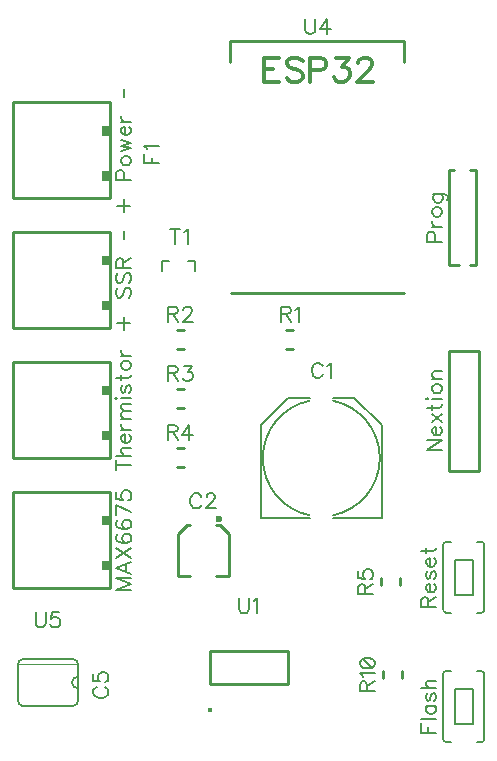
<source format=gto>
G04 DipTrace 3.3.0.0*
G04 ESP32externalssr.gto*
%MOIN*%
G04 #@! TF.FileFunction,Legend,Top*
G04 #@! TF.Part,Single*
%ADD10C,0.009843*%
%ADD16C,0.008*%
%ADD18C,0.023616*%
%ADD30C,0.006*%
%ADD32C,0.015403*%
%ADD35C,0.005*%
%ADD37C,0.002*%
%ADD85C,0.00772*%
%ADD88C,0.012351*%
%FSLAX26Y26*%
G04*
G70*
G90*
G75*
G01*
G04 TopSilk*
%LPD*%
X1454661Y1648046D2*
D16*
X1293228D1*
Y1959072D1*
X1383783Y2049631D1*
X1454661D1*
X1533370D2*
X1604248D1*
X1694803Y1959072D1*
Y1648046D1*
X1533370D1*
Y1657908D2*
G03X1533370Y2039769I-39329J190931D01*
G01*
X1454661Y1657908D2*
G02X1454661Y2039769I39329J190931D01*
G01*
X1184912Y1454947D2*
D10*
X1143571D1*
X1184912D2*
Y1594661D1*
X1155388Y1624224D2*
X1184912Y1594661D1*
X1155388Y1624224D2*
X1143571D1*
X1056962Y1454947D2*
X1015621D1*
Y1594661D1*
X1045145Y1624224D2*
X1015621Y1594661D1*
X1056962Y1624224D2*
X1045145D1*
D18*
X1151452Y1645873D3*
X790154Y2714693D2*
D10*
Y3033969D1*
X467321D1*
Y2714693D1*
X790154D1*
G36*
X761676Y2773759D2*
X793152D1*
Y2805239D1*
X761676D1*
Y2773759D1*
G37*
G36*
Y2923755D2*
X793152D1*
Y2955235D1*
X761676D1*
Y2923755D1*
G37*
X790154Y2281622D2*
D10*
Y2600898D1*
X467321D1*
Y2281622D1*
X790154D1*
G36*
X761676Y2340688D2*
X793152D1*
Y2372169D1*
X761676D1*
Y2340688D1*
G37*
G36*
Y2490684D2*
X793152D1*
Y2522164D1*
X761676D1*
Y2490684D1*
G37*
X790154Y1848551D2*
D10*
Y2167827D1*
X467321D1*
Y1848551D1*
X790154D1*
G36*
X761676Y1907617D2*
X793152D1*
Y1939098D1*
X761676D1*
Y1907617D1*
G37*
G36*
Y2057613D2*
X793152D1*
Y2089093D1*
X761676D1*
Y2057613D1*
G37*
X1919606Y2808740D2*
D10*
Y2491812D1*
X1953038Y2490827D2*
X1919606D1*
X2010157Y2808740D2*
X1990472D1*
X2010157Y2491812D2*
X1988507D1*
X2010157Y2808740D2*
Y2491812D1*
X1937318Y2808740D2*
X1919606D1*
X2018824Y2206533D2*
X1918819D1*
Y1806498D1*
X2018824D1*
Y2206533D1*
X790154Y1415480D2*
Y1734756D1*
X467321D1*
Y1415480D1*
X790154D1*
G36*
X761676Y1474546D2*
X793152D1*
Y1506027D1*
X761676D1*
Y1474546D1*
G37*
G36*
Y1624542D2*
X793152D1*
Y1656023D1*
X761676D1*
Y1624542D1*
G37*
X1400677Y2275874D2*
D10*
X1377118D1*
X1400677Y2212945D2*
X1377118D1*
X1012157D2*
X1035717D1*
X1012157Y2275874D2*
X1035717D1*
Y2079024D2*
X1012157D1*
X1035717Y2016094D2*
X1012157D1*
X1035717Y1882173D2*
X1012157D1*
X1035717Y1819244D2*
X1012157D1*
X1756731Y1424854D2*
Y1448413D1*
X1693802Y1424854D2*
Y1448413D1*
X1700051Y1138177D2*
Y1114618D1*
X1762980Y1138177D2*
Y1114618D1*
X987423Y2504686D2*
D16*
X963802D1*
Y2473198D1*
X1050412Y2504686D2*
X1074033D1*
Y2473198D1*
D32*
X1124437Y1007571D3*
X1123398Y1096820D2*
D10*
X1383228D1*
X1123398Y1207056D2*
X1383228D1*
Y1096820D2*
Y1207056D1*
X1123398Y1096820D2*
Y1207056D1*
X2037712Y1559528D2*
D35*
G03X2027876Y1569347I-9859J-40D01*
G01*
X2037712Y1559528D2*
Y1342971D1*
G02X2027876Y1333152I-9859J40D01*
G01*
X1909761D2*
G02X1899925Y1346932I1966J11804D01*
G01*
Y1559528D1*
X1909761Y1569347D2*
G03X1899925Y1559528I23J-9859D01*
G01*
X1909761Y1569347D2*
X1925515D1*
X2012122D2*
X2027876D1*
X2012122Y1333152D2*
X2027876D1*
X1909761D2*
X1925515D1*
X1998340Y1510298D2*
Y1392201D1*
X1939296D2*
Y1510298D1*
X1998340D1*
X1939296Y1392201D2*
X1998340D1*
X2037712Y1128279D2*
G03X2027876Y1138098I-9859J-40D01*
G01*
X2037712Y1128279D2*
Y911721D1*
G02X2027876Y901902I-9859J40D01*
G01*
X1909761D2*
G02X1899925Y915683I1966J11804D01*
G01*
Y1128279D1*
X1909761Y1138098D2*
G03X1899925Y1128279I23J-9859D01*
G01*
X1909761Y1138098D2*
X1925515D1*
X2012122D2*
X2027876D1*
X2012122Y901902D2*
X2027876D1*
X1909761D2*
X1925515D1*
X1998340Y1079049D2*
Y960951D1*
X1939296D2*
Y1079049D1*
X1998340D1*
X1939296Y960951D2*
X1998340D1*
X1193573Y2398707D2*
D10*
X1768696D1*
X1189692Y3239127D2*
X1768696D1*
X1189692D2*
Y3167944D1*
X1768696Y3239127D2*
Y3167944D1*
X497795Y1023683D2*
D30*
X667795D1*
X497795Y1177663D2*
G03X482795Y1162658I-34J-14966D01*
G01*
X682795Y1038688D2*
G02X667795Y1023683I-14987J-18D01*
G01*
X497795D2*
G02X482795Y1038688I-47J14953D01*
G01*
X682795Y1162658D2*
G03X667795Y1177663I-15008J-3D01*
G01*
X497795D1*
X482795Y1162658D2*
Y1038688D1*
X682795D2*
Y1162658D1*
Y1080677D2*
G02X682795Y1120669I-4J19996D01*
G01*
Y1163689D2*
D37*
X482795D1*
X1498234Y2154218D2*
D85*
X1495858Y2158971D1*
X1491049Y2163780D1*
X1486296Y2166156D1*
X1476734D1*
X1471926Y2163780D1*
X1467173Y2158971D1*
X1464741Y2154218D1*
X1462364Y2147033D1*
Y2135039D1*
X1464741Y2127910D1*
X1467173Y2123101D1*
X1471926Y2118348D1*
X1476734Y2115916D1*
X1486296D1*
X1491049Y2118348D1*
X1495858Y2123101D1*
X1498234Y2127910D1*
X1513674Y2156539D2*
X1518482Y2158971D1*
X1525667Y2166101D1*
Y2115916D1*
X1093735Y1718992D2*
X1091358Y1723745D1*
X1086550Y1728554D1*
X1081797Y1730930D1*
X1072235D1*
X1067427Y1728554D1*
X1062674Y1723745D1*
X1060242Y1718992D1*
X1057865Y1711807D1*
Y1699814D1*
X1060242Y1692684D1*
X1062674Y1687875D1*
X1067427Y1683122D1*
X1072235Y1680690D1*
X1081797D1*
X1086550Y1683122D1*
X1091358Y1687875D1*
X1093735Y1692684D1*
X1111606Y1718937D2*
Y1721314D1*
X1113983Y1726122D1*
X1116359Y1728499D1*
X1121168Y1730875D1*
X1130729D1*
X1135483Y1728499D1*
X1137859Y1726122D1*
X1140291Y1721314D1*
Y1716560D1*
X1137859Y1711752D1*
X1133106Y1704622D1*
X1109174Y1680690D1*
X1142668D1*
X745576Y1086107D2*
X740823Y1083730D1*
X736014Y1078922D1*
X733638Y1074168D1*
Y1064607D1*
X736014Y1059798D1*
X740823Y1055045D1*
X745576Y1052613D1*
X752761Y1050237D1*
X764755D1*
X771884Y1052613D1*
X776693Y1055045D1*
X781446Y1059798D1*
X783878Y1064607D1*
Y1074168D1*
X781446Y1078921D1*
X776693Y1083730D1*
X771884Y1086107D1*
X733693Y1130231D2*
Y1106354D1*
X755193Y1103978D1*
X752816Y1106354D1*
X750385Y1113539D1*
Y1120669D1*
X752816Y1127854D1*
X757570Y1132662D1*
X764755Y1135039D1*
X769508D1*
X776693Y1132662D1*
X781501Y1127854D1*
X783878Y1120669D1*
Y1113539D1*
X781501Y1106354D1*
X779069Y1103978D1*
X774316Y1101546D1*
X904110Y2862147D2*
Y2831030D1*
X954350D1*
X928042D2*
Y2850153D1*
X913727Y2877586D2*
X911295Y2882394D1*
X904166Y2889579D1*
X954350D1*
X813730Y2690207D2*
X856785D1*
X835286Y2668707D2*
Y2711762D1*
X836419Y2775802D2*
Y2797357D1*
X834042Y2804487D1*
X831610Y2806919D1*
X826857Y2809296D1*
X819672D1*
X814919Y2806919D1*
X812487Y2804487D1*
X810110Y2797357D1*
Y2775802D1*
X860350D1*
X826857Y2836673D2*
X829234Y2831920D1*
X834042Y2827111D1*
X841227Y2824735D1*
X845980D1*
X853165Y2827111D1*
X857918Y2831920D1*
X860350Y2836673D1*
Y2843858D1*
X857918Y2848667D1*
X853165Y2853420D1*
X845980Y2855852D1*
X841227D1*
X834042Y2853420D1*
X829234Y2848667D1*
X826857Y2843858D1*
Y2836673D1*
Y2871291D2*
X860350Y2880853D1*
X826857Y2890414D1*
X860350Y2899976D1*
X826857Y2909537D1*
X841227Y2924977D2*
Y2953662D1*
X836419D1*
X831610Y2951285D1*
X829234Y2948908D1*
X826857Y2944100D1*
Y2936915D1*
X829234Y2932162D1*
X834042Y2927353D1*
X841227Y2924977D1*
X845980D1*
X853165Y2927353D1*
X857918Y2932162D1*
X860350Y2936915D1*
Y2944100D1*
X857918Y2948908D1*
X853165Y2953662D1*
X826857Y2969101D2*
X860350D1*
X841227D2*
X834042Y2971533D1*
X829234Y2976286D1*
X826857Y2981094D1*
Y2988279D1*
X835258Y3052320D2*
Y3079954D1*
X813730Y2297695D2*
X856785D1*
X835286Y2276196D2*
Y2319251D1*
X817295Y2416784D2*
X812487Y2412031D1*
X810110Y2404846D1*
Y2395284D1*
X812487Y2388099D1*
X817295Y2383291D1*
X822049D1*
X826857Y2385723D1*
X829234Y2388099D1*
X831610Y2392852D1*
X836419Y2407222D1*
X838795Y2412031D1*
X841227Y2414407D1*
X845980Y2416784D1*
X853165D1*
X857918Y2412031D1*
X860350Y2404846D1*
Y2395284D1*
X857918Y2388099D1*
X853165Y2383291D1*
X817295Y2465717D2*
X812487Y2460963D1*
X810110Y2453778D1*
Y2444217D1*
X812487Y2437032D1*
X817295Y2432223D1*
X822049D1*
X826857Y2434655D1*
X829234Y2437032D1*
X831610Y2441785D1*
X836419Y2456155D1*
X838795Y2460963D1*
X841227Y2463340D1*
X845980Y2465717D1*
X853165D1*
X857918Y2460963D1*
X860350Y2453778D1*
Y2444217D1*
X857918Y2437032D1*
X853165Y2432223D1*
X834042Y2481156D2*
Y2502656D1*
X831610Y2509841D1*
X829234Y2512273D1*
X824480Y2514649D1*
X819672D1*
X814919Y2512273D1*
X812487Y2509841D1*
X810110Y2502656D1*
Y2481156D1*
X860350D1*
X834042Y2497903D2*
X860350Y2514649D1*
X835258Y2578689D2*
Y2606324D1*
X810110Y1825023D2*
X860350D1*
X810110Y1808276D2*
Y1841770D1*
Y1857209D2*
X860350D1*
X836419D2*
X829234Y1864394D1*
X826857Y1869202D1*
Y1876387D1*
X829234Y1881141D1*
X836419Y1883517D1*
X860350D1*
X841227Y1898956D2*
Y1927641D1*
X836419D1*
X831610Y1925265D1*
X829234Y1922888D1*
X826857Y1918080D1*
Y1910895D1*
X829234Y1906141D1*
X834042Y1901333D1*
X841227Y1898956D1*
X845980D1*
X853165Y1901333D1*
X857918Y1906141D1*
X860350Y1910895D1*
Y1918080D1*
X857918Y1922888D1*
X853165Y1927641D1*
X826857Y1943081D2*
X860350D1*
X841227D2*
X834042Y1945512D1*
X829234Y1950266D1*
X826857Y1955074D1*
Y1962259D1*
Y1977698D2*
X860350D1*
X836419D2*
X829234Y1984883D1*
X826857Y1989692D1*
Y1996822D1*
X829234Y2001630D1*
X836419Y2004007D1*
X860350D1*
X836419D2*
X829234Y2011192D1*
X826857Y2016000D1*
Y2023130D1*
X829234Y2027938D1*
X836419Y2030370D1*
X860350D1*
X810110Y2045809D2*
X812487Y2048186D1*
X810110Y2050618D1*
X807678Y2048186D1*
X810110Y2045809D1*
X826857Y2048186D2*
X860350D1*
X834042Y2092365D2*
X829234Y2089989D1*
X826857Y2082804D1*
Y2075619D1*
X829234Y2068434D1*
X834042Y2066057D1*
X838795Y2068434D1*
X841227Y2073242D1*
X843604Y2085180D1*
X845980Y2089989D1*
X850789Y2092365D1*
X853165D1*
X857918Y2089989D1*
X860350Y2082804D1*
Y2075619D1*
X857918Y2068434D1*
X853165Y2066057D1*
X810110Y2114990D2*
X850789D1*
X857918Y2117366D1*
X860350Y2122175D1*
Y2126928D1*
X826857Y2107805D2*
Y2124551D1*
Y2154305D2*
X829234Y2149552D1*
X834042Y2144744D1*
X841227Y2142367D1*
X845980D1*
X853165Y2144744D1*
X857918Y2149552D1*
X860350Y2154305D1*
Y2161490D1*
X857918Y2166299D1*
X853165Y2171052D1*
X845980Y2173484D1*
X841227D1*
X834042Y2171052D1*
X829234Y2166299D1*
X826857Y2161490D1*
Y2154305D1*
Y2188923D2*
X860350D1*
X841227D2*
X834042Y2191355D1*
X829234Y2196108D1*
X826857Y2200917D1*
Y2208102D1*
X1872692Y2570388D2*
Y2591943D1*
X1870315Y2599073D1*
X1867883Y2601505D1*
X1863130Y2603881D1*
X1855945D1*
X1851192Y2601505D1*
X1848760Y2599073D1*
X1846383Y2591943D1*
Y2570388D1*
X1896623D1*
X1863130Y2619320D2*
X1896623D1*
X1877500D2*
X1870315Y2621752D1*
X1865507Y2626506D1*
X1863130Y2631314D1*
Y2638499D1*
Y2665876D2*
X1865507Y2661123D1*
X1870315Y2656315D1*
X1877500Y2653938D1*
X1882253D1*
X1889438Y2656315D1*
X1894191Y2661123D1*
X1896623Y2665876D1*
Y2673061D1*
X1894191Y2677870D1*
X1889438Y2682623D1*
X1882253Y2685055D1*
X1877500D1*
X1870315Y2682623D1*
X1865507Y2677870D1*
X1863130Y2673061D1*
Y2665876D1*
X1865507Y2729179D2*
X1903808D1*
X1910938Y2726802D1*
X1913370Y2724426D1*
X1915746Y2719617D1*
Y2712432D1*
X1913370Y2707679D1*
X1872692Y2729179D2*
X1867938Y2724426D1*
X1865507Y2719617D1*
Y2712432D1*
X1867938Y2707679D1*
X1872692Y2702871D1*
X1879877Y2700494D1*
X1884685D1*
X1891815Y2702871D1*
X1896623Y2707679D1*
X1899000Y2712432D1*
Y2719617D1*
X1896623Y2724426D1*
X1891815Y2729179D1*
X1845596Y1908770D2*
X1895836D1*
X1845596Y1875277D1*
X1895836D1*
X1876713Y1924209D2*
Y1952894D1*
X1871904D1*
X1867096Y1950517D1*
X1864719Y1948141D1*
X1862343Y1943332D1*
Y1936147D1*
X1864719Y1931394D1*
X1869528Y1926586D1*
X1876713Y1924209D1*
X1881466D1*
X1888651Y1926586D1*
X1893404Y1931394D1*
X1895836Y1936147D1*
Y1943332D1*
X1893404Y1948141D1*
X1888651Y1952894D1*
X1862343Y1968333D2*
X1895836Y1994641D1*
X1862343D2*
X1895836Y1968333D1*
X1845596Y2017266D2*
X1886274D1*
X1893404Y2019642D1*
X1895836Y2024451D1*
Y2029204D1*
X1862343Y2010081D2*
Y2026827D1*
X1845596Y2044643D2*
X1847972Y2047020D1*
X1845596Y2049452D1*
X1843164Y2047020D1*
X1845596Y2044643D1*
X1862343Y2047020D2*
X1895836D1*
X1862343Y2076829D2*
X1864719Y2072076D1*
X1869528Y2067267D1*
X1876713Y2064891D1*
X1881466D1*
X1888651Y2067267D1*
X1893404Y2072076D1*
X1895836Y2076829D1*
Y2084014D1*
X1893404Y2088823D1*
X1888651Y2093576D1*
X1881466Y2096008D1*
X1876713D1*
X1869528Y2093576D1*
X1864719Y2088823D1*
X1862343Y2084014D1*
Y2076829D1*
Y2111447D2*
X1895836D1*
X1871904D2*
X1864719Y2118632D1*
X1862343Y2123440D1*
Y2130570D1*
X1864719Y2135379D1*
X1871904Y2137755D1*
X1895836D1*
X860350Y1447471D2*
X810110D1*
X860350Y1428348D1*
X810110Y1409225D1*
X860350D1*
Y1501212D2*
X810110Y1482034D1*
X860350Y1462911D1*
X843604Y1470096D2*
Y1494027D1*
X810110Y1516652D2*
X860350Y1550145D1*
X810110D2*
X860350Y1516652D1*
X817295Y1594269D2*
X812542Y1591892D1*
X810166Y1584707D1*
Y1579954D1*
X812542Y1572769D1*
X819727Y1567961D1*
X831665Y1565584D1*
X843604D1*
X853165Y1567961D1*
X857974Y1572769D1*
X860350Y1579954D1*
Y1582331D1*
X857974Y1589461D1*
X853165Y1594269D1*
X845980Y1596646D1*
X843604D1*
X836419Y1594269D1*
X831665Y1589461D1*
X829289Y1582331D1*
Y1579954D1*
X831665Y1572769D1*
X836419Y1567961D1*
X843604Y1565584D1*
X817295Y1640770D2*
X812542Y1638393D1*
X810166Y1631208D1*
Y1626455D1*
X812542Y1619270D1*
X819727Y1614461D1*
X831665Y1612085D1*
X843604D1*
X853165Y1614461D1*
X857974Y1619270D1*
X860350Y1626455D1*
Y1628832D1*
X857974Y1635961D1*
X853165Y1640770D1*
X845980Y1643146D1*
X843604D1*
X836419Y1640770D1*
X831665Y1635961D1*
X829289Y1628832D1*
Y1626455D1*
X831665Y1619270D1*
X836419Y1614461D1*
X843604Y1612085D1*
X860350Y1668147D2*
X810166Y1692079D1*
Y1658586D1*
Y1736203D2*
Y1712327D1*
X831665Y1709950D1*
X829289Y1712327D1*
X826857Y1719512D1*
Y1726641D1*
X829289Y1733826D1*
X834042Y1738635D1*
X841227Y1741011D1*
X845980D1*
X853165Y1738635D1*
X857974Y1733826D1*
X860350Y1726641D1*
Y1719512D1*
X857974Y1712327D1*
X855542Y1709950D1*
X850789Y1707518D1*
X1358435Y2329134D2*
X1379934D1*
X1387119Y2331566D1*
X1389551Y2333942D1*
X1391928Y2338696D1*
Y2343504D1*
X1389551Y2348257D1*
X1387119Y2350689D1*
X1379934Y2353066D1*
X1358435D1*
Y2302826D1*
X1375181Y2329134D2*
X1391928Y2302826D1*
X1407367Y2343449D2*
X1412176Y2345881D1*
X1419361Y2353010D1*
Y2302826D1*
X982724Y2329134D2*
X1004224D1*
X1011409Y2331566D1*
X1013841Y2333942D1*
X1016217Y2338696D1*
Y2343504D1*
X1013841Y2348257D1*
X1011409Y2350689D1*
X1004224Y2353066D1*
X982724D1*
Y2302826D1*
X999471Y2329134D2*
X1016217Y2302826D1*
X1034088Y2341072D2*
Y2343449D1*
X1036465Y2348257D1*
X1038842Y2350634D1*
X1043650Y2353010D1*
X1053212D1*
X1057965Y2350634D1*
X1060342Y2348257D1*
X1062773Y2343449D1*
Y2338696D1*
X1060342Y2333887D1*
X1055588Y2326757D1*
X1031657Y2302826D1*
X1065150D1*
X982724Y2132283D2*
X1004224D1*
X1011409Y2134715D1*
X1013841Y2137092D1*
X1016217Y2141845D1*
Y2146654D1*
X1013841Y2151407D1*
X1011409Y2153839D1*
X1004224Y2156215D1*
X982724D1*
Y2105975D1*
X999471Y2132283D2*
X1016217Y2105975D1*
X1036465Y2156160D2*
X1062718D1*
X1048403Y2137037D1*
X1055588D1*
X1060342Y2134660D1*
X1062718Y2132283D1*
X1065150Y2125098D1*
Y2120345D1*
X1062718Y2113160D1*
X1057965Y2108352D1*
X1050780Y2105975D1*
X1043595D1*
X1036465Y2108352D1*
X1034088Y2110784D1*
X1031657Y2115537D1*
X981536Y1935433D2*
X1003036D1*
X1010221Y1937865D1*
X1012652Y1940242D1*
X1015029Y1944995D1*
Y1949803D1*
X1012652Y1954556D1*
X1010221Y1956988D1*
X1003036Y1959365D1*
X981536D1*
Y1909125D1*
X998282Y1935433D2*
X1015029Y1909125D1*
X1054400D2*
Y1959310D1*
X1030468Y1925871D1*
X1066338D1*
X1640542Y1395421D2*
Y1416921D1*
X1638110Y1424106D1*
X1635734Y1426538D1*
X1630980Y1428914D1*
X1626172D1*
X1621419Y1426538D1*
X1618987Y1424106D1*
X1616610Y1416921D1*
Y1395421D1*
X1666850D1*
X1640542Y1412168D2*
X1666850Y1428914D1*
X1616666Y1473038D2*
Y1449162D1*
X1638165Y1446785D1*
X1635789Y1449162D1*
X1633357Y1456347D1*
Y1463477D1*
X1635789Y1470662D1*
X1640542Y1475470D1*
X1647727Y1477847D1*
X1652480D1*
X1659665Y1475470D1*
X1664474Y1470662D1*
X1666850Y1463477D1*
Y1456347D1*
X1664474Y1449162D1*
X1662042Y1446785D1*
X1657289Y1444354D1*
X1646791Y1071468D2*
Y1092968D1*
X1644360Y1100153D1*
X1641983Y1102585D1*
X1637230Y1104962D1*
X1632421D1*
X1627668Y1102585D1*
X1625236Y1100153D1*
X1622860Y1092968D1*
Y1071468D1*
X1673100D1*
X1646791Y1088215D2*
X1673100Y1104962D1*
X1632477Y1120401D2*
X1630045Y1125209D1*
X1622915Y1132394D1*
X1673100D1*
X1622915Y1162204D2*
X1625292Y1155019D1*
X1632477Y1150210D1*
X1644415Y1147834D1*
X1651600D1*
X1663538Y1150210D1*
X1670723Y1155019D1*
X1673100Y1162204D1*
Y1166957D1*
X1670723Y1174142D1*
X1663538Y1178895D1*
X1651600Y1181327D1*
X1644415D1*
X1632477Y1178895D1*
X1625292Y1174142D1*
X1622915Y1166957D1*
Y1162204D1*
X1632477Y1178895D2*
X1663538Y1150210D1*
X1005201Y2611382D2*
Y2561142D1*
X988454Y2611382D2*
X1021948D1*
X1037387Y2601765D2*
X1042195Y2604197D1*
X1049380Y2611327D1*
Y2561142D1*
X1219519Y1381657D2*
Y1345788D1*
X1221895Y1338602D1*
X1226704Y1333849D1*
X1233889Y1331417D1*
X1238642D1*
X1245827Y1333849D1*
X1250635Y1338602D1*
X1253012Y1345788D1*
Y1381657D1*
X1268451Y1372041D2*
X1273260Y1374472D1*
X1280445Y1381602D1*
Y1331417D1*
X1850469Y1352224D2*
Y1373723D1*
X1848037Y1380909D1*
X1845661Y1383340D1*
X1840907Y1385717D1*
X1836099D1*
X1831346Y1383340D1*
X1828914Y1380909D1*
X1826537Y1373723D1*
Y1352224D1*
X1876777D1*
X1850469Y1368970D2*
X1876777Y1385717D1*
X1857654Y1401156D2*
Y1429841D1*
X1852846D1*
X1848037Y1427464D1*
X1845661Y1425088D1*
X1843284Y1420279D1*
Y1413094D1*
X1845661Y1408341D1*
X1850469Y1403533D1*
X1857654Y1401156D1*
X1862407D1*
X1869592Y1403533D1*
X1874345Y1408341D1*
X1876777Y1413094D1*
Y1420279D1*
X1874345Y1425088D1*
X1869592Y1429841D1*
X1850469Y1471589D2*
X1845661Y1469212D1*
X1843284Y1462027D1*
Y1454842D1*
X1845661Y1447657D1*
X1850469Y1445280D1*
X1855222Y1447657D1*
X1857654Y1452465D1*
X1860031Y1464404D1*
X1862407Y1469212D1*
X1867216Y1471589D1*
X1869592D1*
X1874345Y1469212D1*
X1876777Y1462027D1*
Y1454842D1*
X1874345Y1447657D1*
X1869592Y1445280D1*
X1857654Y1487028D2*
Y1515713D1*
X1852846D1*
X1848037Y1513336D1*
X1845661Y1510959D1*
X1843284Y1506151D1*
Y1498966D1*
X1845661Y1494213D1*
X1850469Y1489404D1*
X1857654Y1487028D1*
X1862407D1*
X1869592Y1489404D1*
X1874345Y1494213D1*
X1876777Y1498966D1*
Y1506151D1*
X1874345Y1510959D1*
X1869592Y1515713D1*
X1826537Y1538337D2*
X1867216D1*
X1874345Y1540714D1*
X1876777Y1545522D1*
Y1550275D1*
X1843284Y1531152D2*
Y1547899D1*
X1826537Y964029D2*
Y932913D1*
X1876777D1*
X1850469D2*
Y952036D1*
X1826537Y979468D2*
X1876777D1*
X1843284Y1023593D2*
X1876777D1*
X1850469D2*
X1845661Y1018839D1*
X1843284Y1014031D1*
Y1006901D1*
X1845661Y1002093D1*
X1850469Y997340D1*
X1857654Y994908D1*
X1862407D1*
X1869592Y997340D1*
X1874345Y1002093D1*
X1876777Y1006901D1*
Y1014031D1*
X1874345Y1018839D1*
X1869592Y1023593D1*
X1850469Y1065340D2*
X1845661Y1062963D1*
X1843284Y1055778D1*
Y1048593D1*
X1845661Y1041408D1*
X1850469Y1039032D1*
X1855222Y1041408D1*
X1857654Y1046217D1*
X1860031Y1058155D1*
X1862407Y1062963D1*
X1867216Y1065340D1*
X1869592D1*
X1874345Y1062963D1*
X1876777Y1055778D1*
Y1048593D1*
X1874345Y1041408D1*
X1869592Y1039032D1*
X1826537Y1080779D2*
X1876777D1*
X1852846D2*
X1845661Y1087964D1*
X1843284Y1092773D1*
Y1099958D1*
X1845661Y1104711D1*
X1852846Y1107088D1*
X1876777D1*
X1440641Y3312350D2*
Y3276480D1*
X1443017Y3269295D1*
X1447826Y3264542D1*
X1455011Y3262110D1*
X1459764D1*
X1466949Y3264542D1*
X1471757Y3269295D1*
X1474134Y3276480D1*
Y3312350D1*
X1513505Y3262110D2*
Y3312295D1*
X1489573Y3278857D1*
X1525443D1*
X541582Y1334896D2*
Y1299026D1*
X543959Y1291841D1*
X548767Y1287088D1*
X555952Y1284656D1*
X560706D1*
X567891Y1287088D1*
X572699Y1291841D1*
X575076Y1299026D1*
Y1334896D1*
X619200Y1334841D2*
X595323D1*
X592947Y1313341D1*
X595323Y1315718D1*
X602508Y1318150D1*
X609638D1*
X616823Y1315718D1*
X621632Y1310965D1*
X624008Y1303780D1*
Y1299026D1*
X621632Y1291841D1*
X616823Y1287033D1*
X609638Y1284656D1*
X602508D1*
X595323Y1287033D1*
X592947Y1289465D1*
X590515Y1294218D1*
X1353656Y3183503D2*
D88*
X1303958D1*
Y3103119D1*
X1353656D1*
X1303958Y3145212D2*
X1334555D1*
X1431948Y3172007D2*
X1424343Y3179701D1*
X1412847Y3183503D1*
X1397549D1*
X1386053Y3179701D1*
X1378359Y3172007D1*
Y3164402D1*
X1382250Y3156708D1*
X1386053Y3152906D1*
X1393658Y3149103D1*
X1416650Y3141410D1*
X1424343Y3137607D1*
X1428146Y3133716D1*
X1431948Y3126111D1*
Y3114615D1*
X1424343Y3107010D1*
X1412847Y3103119D1*
X1397549D1*
X1386053Y3107010D1*
X1378359Y3114615D1*
X1456651Y3141410D2*
X1491139D1*
X1502547Y3145212D1*
X1506438Y3149103D1*
X1510240Y3156708D1*
Y3168205D1*
X1506438Y3175810D1*
X1502547Y3179701D1*
X1491139Y3183503D1*
X1456651D1*
Y3103119D1*
X1542637Y3183415D2*
X1584642D1*
X1561738Y3152818D1*
X1573234D1*
X1580839Y3149015D1*
X1584642Y3145212D1*
X1588533Y3133716D1*
Y3126111D1*
X1584642Y3114615D1*
X1577037Y3106922D1*
X1565540Y3103119D1*
X1554044D1*
X1542637Y3106922D1*
X1538834Y3110813D1*
X1534943Y3118418D1*
X1617126Y3164314D2*
Y3168116D1*
X1620929Y3175810D1*
X1624731Y3179612D1*
X1632425Y3183415D1*
X1647724D1*
X1655329Y3179612D1*
X1659131Y3175810D1*
X1663022Y3168116D1*
Y3160511D1*
X1659131Y3152818D1*
X1651526Y3141410D1*
X1613235Y3103119D1*
X1666825D1*
M02*

</source>
